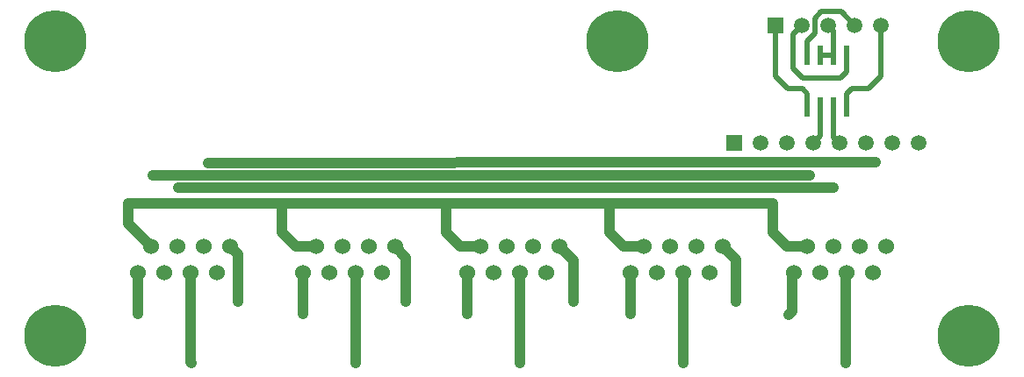
<source format=gtl>
G04*
G04 #@! TF.GenerationSoftware,Altium Limited,CircuitStudio,1.5.2 (1.5.2.30)*
G04*
G04 Layer_Physical_Order=1*
G04 Layer_Color=255*
%FSLAX25Y25*%
%MOIN*%
G70*
G01*
G75*
%ADD10R,0.02087X0.07795*%
%ADD11C,0.03937*%
%ADD12C,0.01969*%
%ADD13C,0.23622*%
%ADD14R,0.05906X0.05906*%
%ADD15C,0.05906*%
%ADD16C,0.06000*%
%ADD17C,0.02756*%
D10*
X386528Y199646D02*
D03*
X381528D02*
D03*
X376528D02*
D03*
X371528D02*
D03*
Y219055D02*
D03*
X376528D02*
D03*
X381528D02*
D03*
X386528D02*
D03*
D11*
X358307Y151870D02*
Y162894D01*
X296350D02*
X358307D01*
X296350Y151870D02*
Y162894D01*
X113673Y155295D02*
Y162894D01*
X177339Y146468D02*
X184957D01*
X171937Y151870D02*
X177339Y146468D01*
X171937Y151870D02*
Y162500D01*
X239795Y146468D02*
X247413D01*
X234394Y151870D02*
X239795Y146468D01*
X234394Y151870D02*
Y162500D01*
X363709Y146468D02*
X371327D01*
X358307Y151870D02*
X363709Y146468D01*
X296350Y151870D02*
X301752Y146468D01*
X309370D01*
X319185Y168799D02*
X381390D01*
X113673Y155295D02*
X122500Y146468D01*
X324370Y102331D02*
Y136469D01*
X262413Y102342D02*
Y136469D01*
X199894Y102264D02*
X199957Y102327D01*
Y136469D01*
X179957Y120768D02*
Y136469D01*
X137500Y102453D02*
X137650Y102302D01*
X137500Y102453D02*
Y136469D01*
X364461Y120635D02*
X365601Y121776D01*
X365642D01*
X386114Y102264D02*
Y136256D01*
X344382Y125492D02*
Y141457D01*
X339370Y146468D02*
X344382Y141457D01*
X282571Y125492D02*
Y141311D01*
X277413Y146468D02*
X282571Y141311D01*
X219185Y125492D02*
Y142240D01*
X214957Y146468D02*
X219185Y142240D01*
X155405Y125492D02*
Y143563D01*
X152500Y146468D02*
X155405Y143563D01*
X117500Y120768D02*
Y136469D01*
X242413Y120768D02*
Y136469D01*
X304370Y120768D02*
Y136469D01*
X365642Y121776D02*
Y135783D01*
X113673Y162894D02*
X296350D01*
X132571Y168799D02*
X195169D01*
X123122Y173524D02*
X185721D01*
X247925D01*
X310130D02*
X372335D01*
X143988Y178248D02*
X206981Y178346D01*
X195169Y168799D02*
X319185D01*
X247925Y173524D02*
X310130D01*
X206981Y178346D02*
X268792Y178442D01*
X330602Y178538D01*
X397532Y178642D01*
D12*
X381528Y187795D02*
Y199646D01*
Y187795D02*
X383594Y185728D01*
X376528Y188661D02*
Y199646D01*
X373594Y185728D02*
X376528Y188661D01*
X386528Y199646D02*
Y204646D01*
X388476Y206594D01*
X394776D01*
X399342Y211161D01*
Y230610D01*
X371528Y199646D02*
Y204646D01*
X369579Y206594D02*
X371528Y204646D01*
X364067Y206594D02*
X369579D01*
X359343Y211319D02*
X364067Y206594D01*
X359343Y211319D02*
Y230610D01*
X366035Y227303D02*
X369342Y230610D01*
X366035Y214075D02*
Y227303D01*
Y214075D02*
X369579Y210531D01*
X384146D01*
X386528Y212913D01*
Y219055D01*
X376528D02*
X381528D01*
Y228425D01*
X379343Y230610D02*
X381528Y228425D01*
X384224Y235728D02*
X389342Y230610D01*
X376665Y235728D02*
X384224D01*
X374303Y233366D02*
X376665Y235728D01*
X374303Y227461D02*
Y233366D01*
X371528Y224685D02*
X374303Y227461D01*
X371528Y219055D02*
Y224685D01*
D13*
X432571Y112500D02*
D03*
X86114Y224705D02*
D03*
Y112500D02*
D03*
X299362Y224705D02*
D03*
X432571D02*
D03*
D14*
X343595Y185728D02*
D03*
X359343Y230610D02*
D03*
D15*
X353594Y185728D02*
D03*
X363595D02*
D03*
X373594D02*
D03*
X383594D02*
D03*
X393595D02*
D03*
X403594D02*
D03*
X413594D02*
D03*
X399342Y230610D02*
D03*
X389342D02*
D03*
X379343D02*
D03*
X369342D02*
D03*
D16*
X309370Y146468D02*
D03*
X314370Y136469D02*
D03*
X319370Y146468D02*
D03*
X324370Y136469D02*
D03*
X329370Y146468D02*
D03*
X334370Y136469D02*
D03*
X304370D02*
D03*
X339370Y146468D02*
D03*
X247413D02*
D03*
X252413Y136469D02*
D03*
X257413Y146468D02*
D03*
X262413Y136469D02*
D03*
X267413Y146468D02*
D03*
X272413Y136469D02*
D03*
X242413D02*
D03*
X277413Y146468D02*
D03*
X184957D02*
D03*
X189957Y136469D02*
D03*
X194957Y146468D02*
D03*
X199957Y136469D02*
D03*
X204957Y146468D02*
D03*
X209957Y136469D02*
D03*
X179957D02*
D03*
X214957Y146468D02*
D03*
X122500D02*
D03*
X127500Y136469D02*
D03*
X132500Y146468D02*
D03*
X137500Y136469D02*
D03*
X142500Y146468D02*
D03*
X147500Y136469D02*
D03*
X117500D02*
D03*
X152500Y146468D02*
D03*
X371327D02*
D03*
X376327Y136469D02*
D03*
X381327Y146468D02*
D03*
X386327Y136469D02*
D03*
X391327Y146468D02*
D03*
X396327Y136469D02*
D03*
X366327D02*
D03*
X401327Y146468D02*
D03*
D17*
X257374Y168799D02*
D03*
X319185D02*
D03*
X195169D02*
D03*
X381390D02*
D03*
X132571D02*
D03*
X324370Y102331D02*
D03*
X262413Y102342D02*
D03*
X199894Y102264D02*
D03*
X179957Y120768D02*
D03*
X137650Y102302D02*
D03*
X304370Y120768D02*
D03*
X242413D02*
D03*
X364461Y120635D02*
D03*
X117500Y120768D02*
D03*
X386114Y102264D02*
D03*
X344382Y125492D02*
D03*
X282571D02*
D03*
X219185D02*
D03*
X155405D02*
D03*
X123122Y173524D02*
D03*
X372335D02*
D03*
X185721D02*
D03*
X247925D02*
D03*
X310130D02*
D03*
X143988Y178248D02*
D03*
X397532Y178642D02*
D03*
X206980Y178642D02*
D03*
X268791D02*
D03*
X330602Y178538D02*
D03*
M02*

</source>
